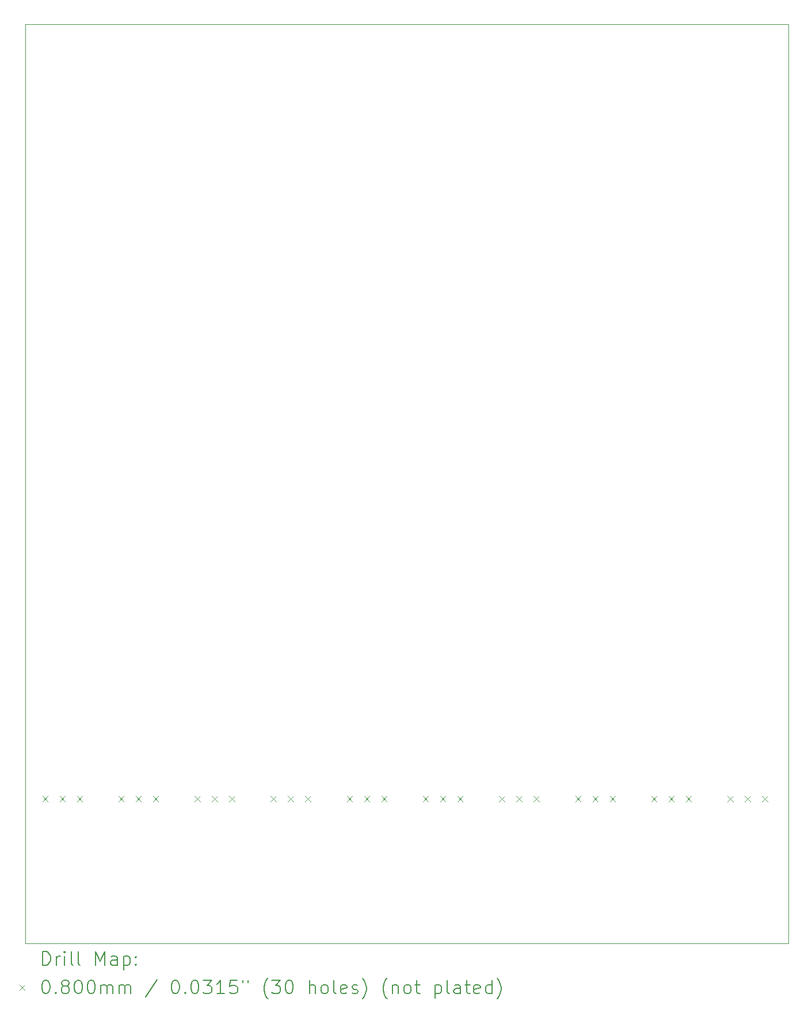
<source format=gbr>
%TF.GenerationSoftware,KiCad,Pcbnew,7.0.6*%
%TF.CreationDate,2023-07-11T14:03:09+05:30*%
%TF.ProjectId,trainer kit arduino proto,74726169-6e65-4722-906b-697420617264,rev?*%
%TF.SameCoordinates,Original*%
%TF.FileFunction,Drillmap*%
%TF.FilePolarity,Positive*%
%FSLAX45Y45*%
G04 Gerber Fmt 4.5, Leading zero omitted, Abs format (unit mm)*
G04 Created by KiCad (PCBNEW 7.0.6) date 2023-07-11 14:03:09*
%MOMM*%
%LPD*%
G01*
G04 APERTURE LIST*
%ADD10C,0.100000*%
%ADD11C,0.200000*%
%ADD12C,0.080000*%
G04 APERTURE END LIST*
D10*
X0Y0D02*
X11226800Y0D01*
X11226800Y-13512800D01*
X0Y-13512800D01*
X0Y0D01*
D11*
D12*
X250400Y-11344000D02*
X330400Y-11424000D01*
X330400Y-11344000D02*
X250400Y-11424000D01*
X504400Y-11344000D02*
X584400Y-11424000D01*
X584400Y-11344000D02*
X504400Y-11424000D01*
X758400Y-11344000D02*
X838400Y-11424000D01*
X838400Y-11344000D02*
X758400Y-11424000D01*
X1370400Y-11344000D02*
X1450400Y-11424000D01*
X1450400Y-11344000D02*
X1370400Y-11424000D01*
X1624400Y-11344000D02*
X1704400Y-11424000D01*
X1704400Y-11344000D02*
X1624400Y-11424000D01*
X1878400Y-11344000D02*
X1958400Y-11424000D01*
X1958400Y-11344000D02*
X1878400Y-11424000D01*
X2490400Y-11344000D02*
X2570400Y-11424000D01*
X2570400Y-11344000D02*
X2490400Y-11424000D01*
X2744400Y-11344000D02*
X2824400Y-11424000D01*
X2824400Y-11344000D02*
X2744400Y-11424000D01*
X2998400Y-11344000D02*
X3078400Y-11424000D01*
X3078400Y-11344000D02*
X2998400Y-11424000D01*
X3610400Y-11344000D02*
X3690400Y-11424000D01*
X3690400Y-11344000D02*
X3610400Y-11424000D01*
X3864400Y-11344000D02*
X3944400Y-11424000D01*
X3944400Y-11344000D02*
X3864400Y-11424000D01*
X4118400Y-11344000D02*
X4198400Y-11424000D01*
X4198400Y-11344000D02*
X4118400Y-11424000D01*
X4730400Y-11344000D02*
X4810400Y-11424000D01*
X4810400Y-11344000D02*
X4730400Y-11424000D01*
X4984400Y-11344000D02*
X5064400Y-11424000D01*
X5064400Y-11344000D02*
X4984400Y-11424000D01*
X5238400Y-11344000D02*
X5318400Y-11424000D01*
X5318400Y-11344000D02*
X5238400Y-11424000D01*
X5850400Y-11344000D02*
X5930400Y-11424000D01*
X5930400Y-11344000D02*
X5850400Y-11424000D01*
X6104400Y-11344000D02*
X6184400Y-11424000D01*
X6184400Y-11344000D02*
X6104400Y-11424000D01*
X6358400Y-11344000D02*
X6438400Y-11424000D01*
X6438400Y-11344000D02*
X6358400Y-11424000D01*
X6970400Y-11344000D02*
X7050400Y-11424000D01*
X7050400Y-11344000D02*
X6970400Y-11424000D01*
X7224400Y-11344000D02*
X7304400Y-11424000D01*
X7304400Y-11344000D02*
X7224400Y-11424000D01*
X7478400Y-11344000D02*
X7558400Y-11424000D01*
X7558400Y-11344000D02*
X7478400Y-11424000D01*
X8090400Y-11344000D02*
X8170400Y-11424000D01*
X8170400Y-11344000D02*
X8090400Y-11424000D01*
X8344400Y-11344000D02*
X8424400Y-11424000D01*
X8424400Y-11344000D02*
X8344400Y-11424000D01*
X8598400Y-11344000D02*
X8678400Y-11424000D01*
X8678400Y-11344000D02*
X8598400Y-11424000D01*
X9210400Y-11344000D02*
X9290400Y-11424000D01*
X9290400Y-11344000D02*
X9210400Y-11424000D01*
X9464400Y-11344000D02*
X9544400Y-11424000D01*
X9544400Y-11344000D02*
X9464400Y-11424000D01*
X9718400Y-11344000D02*
X9798400Y-11424000D01*
X9798400Y-11344000D02*
X9718400Y-11424000D01*
X10330400Y-11344000D02*
X10410400Y-11424000D01*
X10410400Y-11344000D02*
X10330400Y-11424000D01*
X10584400Y-11344000D02*
X10664400Y-11424000D01*
X10664400Y-11344000D02*
X10584400Y-11424000D01*
X10838400Y-11344000D02*
X10918400Y-11424000D01*
X10918400Y-11344000D02*
X10838400Y-11424000D01*
D11*
X255777Y-13829284D02*
X255777Y-13629284D01*
X255777Y-13629284D02*
X303396Y-13629284D01*
X303396Y-13629284D02*
X331967Y-13638808D01*
X331967Y-13638808D02*
X351015Y-13657855D01*
X351015Y-13657855D02*
X360539Y-13676903D01*
X360539Y-13676903D02*
X370062Y-13714998D01*
X370062Y-13714998D02*
X370062Y-13743569D01*
X370062Y-13743569D02*
X360539Y-13781665D01*
X360539Y-13781665D02*
X351015Y-13800712D01*
X351015Y-13800712D02*
X331967Y-13819760D01*
X331967Y-13819760D02*
X303396Y-13829284D01*
X303396Y-13829284D02*
X255777Y-13829284D01*
X455777Y-13829284D02*
X455777Y-13695950D01*
X455777Y-13734046D02*
X465301Y-13714998D01*
X465301Y-13714998D02*
X474824Y-13705474D01*
X474824Y-13705474D02*
X493872Y-13695950D01*
X493872Y-13695950D02*
X512920Y-13695950D01*
X579586Y-13829284D02*
X579586Y-13695950D01*
X579586Y-13629284D02*
X570063Y-13638808D01*
X570063Y-13638808D02*
X579586Y-13648331D01*
X579586Y-13648331D02*
X589110Y-13638808D01*
X589110Y-13638808D02*
X579586Y-13629284D01*
X579586Y-13629284D02*
X579586Y-13648331D01*
X703396Y-13829284D02*
X684348Y-13819760D01*
X684348Y-13819760D02*
X674824Y-13800712D01*
X674824Y-13800712D02*
X674824Y-13629284D01*
X808158Y-13829284D02*
X789110Y-13819760D01*
X789110Y-13819760D02*
X779586Y-13800712D01*
X779586Y-13800712D02*
X779586Y-13629284D01*
X1036729Y-13829284D02*
X1036729Y-13629284D01*
X1036729Y-13629284D02*
X1103396Y-13772141D01*
X1103396Y-13772141D02*
X1170063Y-13629284D01*
X1170063Y-13629284D02*
X1170063Y-13829284D01*
X1351015Y-13829284D02*
X1351015Y-13724522D01*
X1351015Y-13724522D02*
X1341491Y-13705474D01*
X1341491Y-13705474D02*
X1322444Y-13695950D01*
X1322444Y-13695950D02*
X1284348Y-13695950D01*
X1284348Y-13695950D02*
X1265301Y-13705474D01*
X1351015Y-13819760D02*
X1331967Y-13829284D01*
X1331967Y-13829284D02*
X1284348Y-13829284D01*
X1284348Y-13829284D02*
X1265301Y-13819760D01*
X1265301Y-13819760D02*
X1255777Y-13800712D01*
X1255777Y-13800712D02*
X1255777Y-13781665D01*
X1255777Y-13781665D02*
X1265301Y-13762617D01*
X1265301Y-13762617D02*
X1284348Y-13753093D01*
X1284348Y-13753093D02*
X1331967Y-13753093D01*
X1331967Y-13753093D02*
X1351015Y-13743569D01*
X1446253Y-13695950D02*
X1446253Y-13895950D01*
X1446253Y-13705474D02*
X1465301Y-13695950D01*
X1465301Y-13695950D02*
X1503396Y-13695950D01*
X1503396Y-13695950D02*
X1522443Y-13705474D01*
X1522443Y-13705474D02*
X1531967Y-13714998D01*
X1531967Y-13714998D02*
X1541491Y-13734046D01*
X1541491Y-13734046D02*
X1541491Y-13791188D01*
X1541491Y-13791188D02*
X1531967Y-13810236D01*
X1531967Y-13810236D02*
X1522443Y-13819760D01*
X1522443Y-13819760D02*
X1503396Y-13829284D01*
X1503396Y-13829284D02*
X1465301Y-13829284D01*
X1465301Y-13829284D02*
X1446253Y-13819760D01*
X1627205Y-13810236D02*
X1636729Y-13819760D01*
X1636729Y-13819760D02*
X1627205Y-13829284D01*
X1627205Y-13829284D02*
X1617682Y-13819760D01*
X1617682Y-13819760D02*
X1627205Y-13810236D01*
X1627205Y-13810236D02*
X1627205Y-13829284D01*
X1627205Y-13705474D02*
X1636729Y-13714998D01*
X1636729Y-13714998D02*
X1627205Y-13724522D01*
X1627205Y-13724522D02*
X1617682Y-13714998D01*
X1617682Y-13714998D02*
X1627205Y-13705474D01*
X1627205Y-13705474D02*
X1627205Y-13724522D01*
D12*
X-85000Y-14117800D02*
X-5000Y-14197800D01*
X-5000Y-14117800D02*
X-85000Y-14197800D01*
D11*
X293872Y-14049284D02*
X312920Y-14049284D01*
X312920Y-14049284D02*
X331967Y-14058808D01*
X331967Y-14058808D02*
X341491Y-14068331D01*
X341491Y-14068331D02*
X351015Y-14087379D01*
X351015Y-14087379D02*
X360539Y-14125474D01*
X360539Y-14125474D02*
X360539Y-14173093D01*
X360539Y-14173093D02*
X351015Y-14211188D01*
X351015Y-14211188D02*
X341491Y-14230236D01*
X341491Y-14230236D02*
X331967Y-14239760D01*
X331967Y-14239760D02*
X312920Y-14249284D01*
X312920Y-14249284D02*
X293872Y-14249284D01*
X293872Y-14249284D02*
X274824Y-14239760D01*
X274824Y-14239760D02*
X265301Y-14230236D01*
X265301Y-14230236D02*
X255777Y-14211188D01*
X255777Y-14211188D02*
X246253Y-14173093D01*
X246253Y-14173093D02*
X246253Y-14125474D01*
X246253Y-14125474D02*
X255777Y-14087379D01*
X255777Y-14087379D02*
X265301Y-14068331D01*
X265301Y-14068331D02*
X274824Y-14058808D01*
X274824Y-14058808D02*
X293872Y-14049284D01*
X446253Y-14230236D02*
X455777Y-14239760D01*
X455777Y-14239760D02*
X446253Y-14249284D01*
X446253Y-14249284D02*
X436729Y-14239760D01*
X436729Y-14239760D02*
X446253Y-14230236D01*
X446253Y-14230236D02*
X446253Y-14249284D01*
X570063Y-14134998D02*
X551015Y-14125474D01*
X551015Y-14125474D02*
X541491Y-14115950D01*
X541491Y-14115950D02*
X531967Y-14096903D01*
X531967Y-14096903D02*
X531967Y-14087379D01*
X531967Y-14087379D02*
X541491Y-14068331D01*
X541491Y-14068331D02*
X551015Y-14058808D01*
X551015Y-14058808D02*
X570063Y-14049284D01*
X570063Y-14049284D02*
X608158Y-14049284D01*
X608158Y-14049284D02*
X627205Y-14058808D01*
X627205Y-14058808D02*
X636729Y-14068331D01*
X636729Y-14068331D02*
X646253Y-14087379D01*
X646253Y-14087379D02*
X646253Y-14096903D01*
X646253Y-14096903D02*
X636729Y-14115950D01*
X636729Y-14115950D02*
X627205Y-14125474D01*
X627205Y-14125474D02*
X608158Y-14134998D01*
X608158Y-14134998D02*
X570063Y-14134998D01*
X570063Y-14134998D02*
X551015Y-14144522D01*
X551015Y-14144522D02*
X541491Y-14154046D01*
X541491Y-14154046D02*
X531967Y-14173093D01*
X531967Y-14173093D02*
X531967Y-14211188D01*
X531967Y-14211188D02*
X541491Y-14230236D01*
X541491Y-14230236D02*
X551015Y-14239760D01*
X551015Y-14239760D02*
X570063Y-14249284D01*
X570063Y-14249284D02*
X608158Y-14249284D01*
X608158Y-14249284D02*
X627205Y-14239760D01*
X627205Y-14239760D02*
X636729Y-14230236D01*
X636729Y-14230236D02*
X646253Y-14211188D01*
X646253Y-14211188D02*
X646253Y-14173093D01*
X646253Y-14173093D02*
X636729Y-14154046D01*
X636729Y-14154046D02*
X627205Y-14144522D01*
X627205Y-14144522D02*
X608158Y-14134998D01*
X770062Y-14049284D02*
X789110Y-14049284D01*
X789110Y-14049284D02*
X808158Y-14058808D01*
X808158Y-14058808D02*
X817682Y-14068331D01*
X817682Y-14068331D02*
X827205Y-14087379D01*
X827205Y-14087379D02*
X836729Y-14125474D01*
X836729Y-14125474D02*
X836729Y-14173093D01*
X836729Y-14173093D02*
X827205Y-14211188D01*
X827205Y-14211188D02*
X817682Y-14230236D01*
X817682Y-14230236D02*
X808158Y-14239760D01*
X808158Y-14239760D02*
X789110Y-14249284D01*
X789110Y-14249284D02*
X770062Y-14249284D01*
X770062Y-14249284D02*
X751015Y-14239760D01*
X751015Y-14239760D02*
X741491Y-14230236D01*
X741491Y-14230236D02*
X731967Y-14211188D01*
X731967Y-14211188D02*
X722443Y-14173093D01*
X722443Y-14173093D02*
X722443Y-14125474D01*
X722443Y-14125474D02*
X731967Y-14087379D01*
X731967Y-14087379D02*
X741491Y-14068331D01*
X741491Y-14068331D02*
X751015Y-14058808D01*
X751015Y-14058808D02*
X770062Y-14049284D01*
X960539Y-14049284D02*
X979586Y-14049284D01*
X979586Y-14049284D02*
X998634Y-14058808D01*
X998634Y-14058808D02*
X1008158Y-14068331D01*
X1008158Y-14068331D02*
X1017682Y-14087379D01*
X1017682Y-14087379D02*
X1027205Y-14125474D01*
X1027205Y-14125474D02*
X1027205Y-14173093D01*
X1027205Y-14173093D02*
X1017682Y-14211188D01*
X1017682Y-14211188D02*
X1008158Y-14230236D01*
X1008158Y-14230236D02*
X998634Y-14239760D01*
X998634Y-14239760D02*
X979586Y-14249284D01*
X979586Y-14249284D02*
X960539Y-14249284D01*
X960539Y-14249284D02*
X941491Y-14239760D01*
X941491Y-14239760D02*
X931967Y-14230236D01*
X931967Y-14230236D02*
X922443Y-14211188D01*
X922443Y-14211188D02*
X912920Y-14173093D01*
X912920Y-14173093D02*
X912920Y-14125474D01*
X912920Y-14125474D02*
X922443Y-14087379D01*
X922443Y-14087379D02*
X931967Y-14068331D01*
X931967Y-14068331D02*
X941491Y-14058808D01*
X941491Y-14058808D02*
X960539Y-14049284D01*
X1112920Y-14249284D02*
X1112920Y-14115950D01*
X1112920Y-14134998D02*
X1122444Y-14125474D01*
X1122444Y-14125474D02*
X1141491Y-14115950D01*
X1141491Y-14115950D02*
X1170063Y-14115950D01*
X1170063Y-14115950D02*
X1189110Y-14125474D01*
X1189110Y-14125474D02*
X1198634Y-14144522D01*
X1198634Y-14144522D02*
X1198634Y-14249284D01*
X1198634Y-14144522D02*
X1208158Y-14125474D01*
X1208158Y-14125474D02*
X1227205Y-14115950D01*
X1227205Y-14115950D02*
X1255777Y-14115950D01*
X1255777Y-14115950D02*
X1274825Y-14125474D01*
X1274825Y-14125474D02*
X1284348Y-14144522D01*
X1284348Y-14144522D02*
X1284348Y-14249284D01*
X1379586Y-14249284D02*
X1379586Y-14115950D01*
X1379586Y-14134998D02*
X1389110Y-14125474D01*
X1389110Y-14125474D02*
X1408158Y-14115950D01*
X1408158Y-14115950D02*
X1436729Y-14115950D01*
X1436729Y-14115950D02*
X1455777Y-14125474D01*
X1455777Y-14125474D02*
X1465301Y-14144522D01*
X1465301Y-14144522D02*
X1465301Y-14249284D01*
X1465301Y-14144522D02*
X1474824Y-14125474D01*
X1474824Y-14125474D02*
X1493872Y-14115950D01*
X1493872Y-14115950D02*
X1522443Y-14115950D01*
X1522443Y-14115950D02*
X1541491Y-14125474D01*
X1541491Y-14125474D02*
X1551015Y-14144522D01*
X1551015Y-14144522D02*
X1551015Y-14249284D01*
X1941491Y-14039760D02*
X1770063Y-14296903D01*
X2198634Y-14049284D02*
X2217682Y-14049284D01*
X2217682Y-14049284D02*
X2236729Y-14058808D01*
X2236729Y-14058808D02*
X2246253Y-14068331D01*
X2246253Y-14068331D02*
X2255777Y-14087379D01*
X2255777Y-14087379D02*
X2265301Y-14125474D01*
X2265301Y-14125474D02*
X2265301Y-14173093D01*
X2265301Y-14173093D02*
X2255777Y-14211188D01*
X2255777Y-14211188D02*
X2246253Y-14230236D01*
X2246253Y-14230236D02*
X2236729Y-14239760D01*
X2236729Y-14239760D02*
X2217682Y-14249284D01*
X2217682Y-14249284D02*
X2198634Y-14249284D01*
X2198634Y-14249284D02*
X2179587Y-14239760D01*
X2179587Y-14239760D02*
X2170063Y-14230236D01*
X2170063Y-14230236D02*
X2160539Y-14211188D01*
X2160539Y-14211188D02*
X2151015Y-14173093D01*
X2151015Y-14173093D02*
X2151015Y-14125474D01*
X2151015Y-14125474D02*
X2160539Y-14087379D01*
X2160539Y-14087379D02*
X2170063Y-14068331D01*
X2170063Y-14068331D02*
X2179587Y-14058808D01*
X2179587Y-14058808D02*
X2198634Y-14049284D01*
X2351015Y-14230236D02*
X2360539Y-14239760D01*
X2360539Y-14239760D02*
X2351015Y-14249284D01*
X2351015Y-14249284D02*
X2341491Y-14239760D01*
X2341491Y-14239760D02*
X2351015Y-14230236D01*
X2351015Y-14230236D02*
X2351015Y-14249284D01*
X2484348Y-14049284D02*
X2503396Y-14049284D01*
X2503396Y-14049284D02*
X2522444Y-14058808D01*
X2522444Y-14058808D02*
X2531968Y-14068331D01*
X2531968Y-14068331D02*
X2541491Y-14087379D01*
X2541491Y-14087379D02*
X2551015Y-14125474D01*
X2551015Y-14125474D02*
X2551015Y-14173093D01*
X2551015Y-14173093D02*
X2541491Y-14211188D01*
X2541491Y-14211188D02*
X2531968Y-14230236D01*
X2531968Y-14230236D02*
X2522444Y-14239760D01*
X2522444Y-14239760D02*
X2503396Y-14249284D01*
X2503396Y-14249284D02*
X2484348Y-14249284D01*
X2484348Y-14249284D02*
X2465301Y-14239760D01*
X2465301Y-14239760D02*
X2455777Y-14230236D01*
X2455777Y-14230236D02*
X2446253Y-14211188D01*
X2446253Y-14211188D02*
X2436729Y-14173093D01*
X2436729Y-14173093D02*
X2436729Y-14125474D01*
X2436729Y-14125474D02*
X2446253Y-14087379D01*
X2446253Y-14087379D02*
X2455777Y-14068331D01*
X2455777Y-14068331D02*
X2465301Y-14058808D01*
X2465301Y-14058808D02*
X2484348Y-14049284D01*
X2617682Y-14049284D02*
X2741491Y-14049284D01*
X2741491Y-14049284D02*
X2674825Y-14125474D01*
X2674825Y-14125474D02*
X2703396Y-14125474D01*
X2703396Y-14125474D02*
X2722444Y-14134998D01*
X2722444Y-14134998D02*
X2731968Y-14144522D01*
X2731968Y-14144522D02*
X2741491Y-14163569D01*
X2741491Y-14163569D02*
X2741491Y-14211188D01*
X2741491Y-14211188D02*
X2731968Y-14230236D01*
X2731968Y-14230236D02*
X2722444Y-14239760D01*
X2722444Y-14239760D02*
X2703396Y-14249284D01*
X2703396Y-14249284D02*
X2646253Y-14249284D01*
X2646253Y-14249284D02*
X2627206Y-14239760D01*
X2627206Y-14239760D02*
X2617682Y-14230236D01*
X2931967Y-14249284D02*
X2817682Y-14249284D01*
X2874825Y-14249284D02*
X2874825Y-14049284D01*
X2874825Y-14049284D02*
X2855777Y-14077855D01*
X2855777Y-14077855D02*
X2836729Y-14096903D01*
X2836729Y-14096903D02*
X2817682Y-14106427D01*
X3112920Y-14049284D02*
X3017682Y-14049284D01*
X3017682Y-14049284D02*
X3008158Y-14144522D01*
X3008158Y-14144522D02*
X3017682Y-14134998D01*
X3017682Y-14134998D02*
X3036729Y-14125474D01*
X3036729Y-14125474D02*
X3084348Y-14125474D01*
X3084348Y-14125474D02*
X3103396Y-14134998D01*
X3103396Y-14134998D02*
X3112920Y-14144522D01*
X3112920Y-14144522D02*
X3122444Y-14163569D01*
X3122444Y-14163569D02*
X3122444Y-14211188D01*
X3122444Y-14211188D02*
X3112920Y-14230236D01*
X3112920Y-14230236D02*
X3103396Y-14239760D01*
X3103396Y-14239760D02*
X3084348Y-14249284D01*
X3084348Y-14249284D02*
X3036729Y-14249284D01*
X3036729Y-14249284D02*
X3017682Y-14239760D01*
X3017682Y-14239760D02*
X3008158Y-14230236D01*
X3198634Y-14049284D02*
X3198634Y-14087379D01*
X3274825Y-14049284D02*
X3274825Y-14087379D01*
X3570063Y-14325474D02*
X3560539Y-14315950D01*
X3560539Y-14315950D02*
X3541491Y-14287379D01*
X3541491Y-14287379D02*
X3531968Y-14268331D01*
X3531968Y-14268331D02*
X3522444Y-14239760D01*
X3522444Y-14239760D02*
X3512920Y-14192141D01*
X3512920Y-14192141D02*
X3512920Y-14154046D01*
X3512920Y-14154046D02*
X3522444Y-14106427D01*
X3522444Y-14106427D02*
X3531968Y-14077855D01*
X3531968Y-14077855D02*
X3541491Y-14058808D01*
X3541491Y-14058808D02*
X3560539Y-14030236D01*
X3560539Y-14030236D02*
X3570063Y-14020712D01*
X3627206Y-14049284D02*
X3751015Y-14049284D01*
X3751015Y-14049284D02*
X3684348Y-14125474D01*
X3684348Y-14125474D02*
X3712920Y-14125474D01*
X3712920Y-14125474D02*
X3731968Y-14134998D01*
X3731968Y-14134998D02*
X3741491Y-14144522D01*
X3741491Y-14144522D02*
X3751015Y-14163569D01*
X3751015Y-14163569D02*
X3751015Y-14211188D01*
X3751015Y-14211188D02*
X3741491Y-14230236D01*
X3741491Y-14230236D02*
X3731968Y-14239760D01*
X3731968Y-14239760D02*
X3712920Y-14249284D01*
X3712920Y-14249284D02*
X3655777Y-14249284D01*
X3655777Y-14249284D02*
X3636729Y-14239760D01*
X3636729Y-14239760D02*
X3627206Y-14230236D01*
X3874825Y-14049284D02*
X3893872Y-14049284D01*
X3893872Y-14049284D02*
X3912920Y-14058808D01*
X3912920Y-14058808D02*
X3922444Y-14068331D01*
X3922444Y-14068331D02*
X3931968Y-14087379D01*
X3931968Y-14087379D02*
X3941491Y-14125474D01*
X3941491Y-14125474D02*
X3941491Y-14173093D01*
X3941491Y-14173093D02*
X3931968Y-14211188D01*
X3931968Y-14211188D02*
X3922444Y-14230236D01*
X3922444Y-14230236D02*
X3912920Y-14239760D01*
X3912920Y-14239760D02*
X3893872Y-14249284D01*
X3893872Y-14249284D02*
X3874825Y-14249284D01*
X3874825Y-14249284D02*
X3855777Y-14239760D01*
X3855777Y-14239760D02*
X3846253Y-14230236D01*
X3846253Y-14230236D02*
X3836729Y-14211188D01*
X3836729Y-14211188D02*
X3827206Y-14173093D01*
X3827206Y-14173093D02*
X3827206Y-14125474D01*
X3827206Y-14125474D02*
X3836729Y-14087379D01*
X3836729Y-14087379D02*
X3846253Y-14068331D01*
X3846253Y-14068331D02*
X3855777Y-14058808D01*
X3855777Y-14058808D02*
X3874825Y-14049284D01*
X4179587Y-14249284D02*
X4179587Y-14049284D01*
X4265301Y-14249284D02*
X4265301Y-14144522D01*
X4265301Y-14144522D02*
X4255777Y-14125474D01*
X4255777Y-14125474D02*
X4236730Y-14115950D01*
X4236730Y-14115950D02*
X4208158Y-14115950D01*
X4208158Y-14115950D02*
X4189110Y-14125474D01*
X4189110Y-14125474D02*
X4179587Y-14134998D01*
X4389111Y-14249284D02*
X4370063Y-14239760D01*
X4370063Y-14239760D02*
X4360539Y-14230236D01*
X4360539Y-14230236D02*
X4351015Y-14211188D01*
X4351015Y-14211188D02*
X4351015Y-14154046D01*
X4351015Y-14154046D02*
X4360539Y-14134998D01*
X4360539Y-14134998D02*
X4370063Y-14125474D01*
X4370063Y-14125474D02*
X4389111Y-14115950D01*
X4389111Y-14115950D02*
X4417682Y-14115950D01*
X4417682Y-14115950D02*
X4436730Y-14125474D01*
X4436730Y-14125474D02*
X4446253Y-14134998D01*
X4446253Y-14134998D02*
X4455777Y-14154046D01*
X4455777Y-14154046D02*
X4455777Y-14211188D01*
X4455777Y-14211188D02*
X4446253Y-14230236D01*
X4446253Y-14230236D02*
X4436730Y-14239760D01*
X4436730Y-14239760D02*
X4417682Y-14249284D01*
X4417682Y-14249284D02*
X4389111Y-14249284D01*
X4570063Y-14249284D02*
X4551015Y-14239760D01*
X4551015Y-14239760D02*
X4541492Y-14220712D01*
X4541492Y-14220712D02*
X4541492Y-14049284D01*
X4722444Y-14239760D02*
X4703396Y-14249284D01*
X4703396Y-14249284D02*
X4665301Y-14249284D01*
X4665301Y-14249284D02*
X4646253Y-14239760D01*
X4646253Y-14239760D02*
X4636730Y-14220712D01*
X4636730Y-14220712D02*
X4636730Y-14144522D01*
X4636730Y-14144522D02*
X4646253Y-14125474D01*
X4646253Y-14125474D02*
X4665301Y-14115950D01*
X4665301Y-14115950D02*
X4703396Y-14115950D01*
X4703396Y-14115950D02*
X4722444Y-14125474D01*
X4722444Y-14125474D02*
X4731968Y-14144522D01*
X4731968Y-14144522D02*
X4731968Y-14163569D01*
X4731968Y-14163569D02*
X4636730Y-14182617D01*
X4808158Y-14239760D02*
X4827206Y-14249284D01*
X4827206Y-14249284D02*
X4865301Y-14249284D01*
X4865301Y-14249284D02*
X4884349Y-14239760D01*
X4884349Y-14239760D02*
X4893873Y-14220712D01*
X4893873Y-14220712D02*
X4893873Y-14211188D01*
X4893873Y-14211188D02*
X4884349Y-14192141D01*
X4884349Y-14192141D02*
X4865301Y-14182617D01*
X4865301Y-14182617D02*
X4836730Y-14182617D01*
X4836730Y-14182617D02*
X4817682Y-14173093D01*
X4817682Y-14173093D02*
X4808158Y-14154046D01*
X4808158Y-14154046D02*
X4808158Y-14144522D01*
X4808158Y-14144522D02*
X4817682Y-14125474D01*
X4817682Y-14125474D02*
X4836730Y-14115950D01*
X4836730Y-14115950D02*
X4865301Y-14115950D01*
X4865301Y-14115950D02*
X4884349Y-14125474D01*
X4960539Y-14325474D02*
X4970063Y-14315950D01*
X4970063Y-14315950D02*
X4989111Y-14287379D01*
X4989111Y-14287379D02*
X4998634Y-14268331D01*
X4998634Y-14268331D02*
X5008158Y-14239760D01*
X5008158Y-14239760D02*
X5017682Y-14192141D01*
X5017682Y-14192141D02*
X5017682Y-14154046D01*
X5017682Y-14154046D02*
X5008158Y-14106427D01*
X5008158Y-14106427D02*
X4998634Y-14077855D01*
X4998634Y-14077855D02*
X4989111Y-14058808D01*
X4989111Y-14058808D02*
X4970063Y-14030236D01*
X4970063Y-14030236D02*
X4960539Y-14020712D01*
X5322444Y-14325474D02*
X5312920Y-14315950D01*
X5312920Y-14315950D02*
X5293873Y-14287379D01*
X5293873Y-14287379D02*
X5284349Y-14268331D01*
X5284349Y-14268331D02*
X5274825Y-14239760D01*
X5274825Y-14239760D02*
X5265301Y-14192141D01*
X5265301Y-14192141D02*
X5265301Y-14154046D01*
X5265301Y-14154046D02*
X5274825Y-14106427D01*
X5274825Y-14106427D02*
X5284349Y-14077855D01*
X5284349Y-14077855D02*
X5293873Y-14058808D01*
X5293873Y-14058808D02*
X5312920Y-14030236D01*
X5312920Y-14030236D02*
X5322444Y-14020712D01*
X5398634Y-14115950D02*
X5398634Y-14249284D01*
X5398634Y-14134998D02*
X5408158Y-14125474D01*
X5408158Y-14125474D02*
X5427206Y-14115950D01*
X5427206Y-14115950D02*
X5455777Y-14115950D01*
X5455777Y-14115950D02*
X5474825Y-14125474D01*
X5474825Y-14125474D02*
X5484349Y-14144522D01*
X5484349Y-14144522D02*
X5484349Y-14249284D01*
X5608158Y-14249284D02*
X5589111Y-14239760D01*
X5589111Y-14239760D02*
X5579587Y-14230236D01*
X5579587Y-14230236D02*
X5570063Y-14211188D01*
X5570063Y-14211188D02*
X5570063Y-14154046D01*
X5570063Y-14154046D02*
X5579587Y-14134998D01*
X5579587Y-14134998D02*
X5589111Y-14125474D01*
X5589111Y-14125474D02*
X5608158Y-14115950D01*
X5608158Y-14115950D02*
X5636730Y-14115950D01*
X5636730Y-14115950D02*
X5655777Y-14125474D01*
X5655777Y-14125474D02*
X5665301Y-14134998D01*
X5665301Y-14134998D02*
X5674825Y-14154046D01*
X5674825Y-14154046D02*
X5674825Y-14211188D01*
X5674825Y-14211188D02*
X5665301Y-14230236D01*
X5665301Y-14230236D02*
X5655777Y-14239760D01*
X5655777Y-14239760D02*
X5636730Y-14249284D01*
X5636730Y-14249284D02*
X5608158Y-14249284D01*
X5731968Y-14115950D02*
X5808158Y-14115950D01*
X5760539Y-14049284D02*
X5760539Y-14220712D01*
X5760539Y-14220712D02*
X5770063Y-14239760D01*
X5770063Y-14239760D02*
X5789111Y-14249284D01*
X5789111Y-14249284D02*
X5808158Y-14249284D01*
X6027206Y-14115950D02*
X6027206Y-14315950D01*
X6027206Y-14125474D02*
X6046253Y-14115950D01*
X6046253Y-14115950D02*
X6084349Y-14115950D01*
X6084349Y-14115950D02*
X6103396Y-14125474D01*
X6103396Y-14125474D02*
X6112920Y-14134998D01*
X6112920Y-14134998D02*
X6122444Y-14154046D01*
X6122444Y-14154046D02*
X6122444Y-14211188D01*
X6122444Y-14211188D02*
X6112920Y-14230236D01*
X6112920Y-14230236D02*
X6103396Y-14239760D01*
X6103396Y-14239760D02*
X6084349Y-14249284D01*
X6084349Y-14249284D02*
X6046253Y-14249284D01*
X6046253Y-14249284D02*
X6027206Y-14239760D01*
X6236730Y-14249284D02*
X6217682Y-14239760D01*
X6217682Y-14239760D02*
X6208158Y-14220712D01*
X6208158Y-14220712D02*
X6208158Y-14049284D01*
X6398634Y-14249284D02*
X6398634Y-14144522D01*
X6398634Y-14144522D02*
X6389111Y-14125474D01*
X6389111Y-14125474D02*
X6370063Y-14115950D01*
X6370063Y-14115950D02*
X6331968Y-14115950D01*
X6331968Y-14115950D02*
X6312920Y-14125474D01*
X6398634Y-14239760D02*
X6379587Y-14249284D01*
X6379587Y-14249284D02*
X6331968Y-14249284D01*
X6331968Y-14249284D02*
X6312920Y-14239760D01*
X6312920Y-14239760D02*
X6303396Y-14220712D01*
X6303396Y-14220712D02*
X6303396Y-14201665D01*
X6303396Y-14201665D02*
X6312920Y-14182617D01*
X6312920Y-14182617D02*
X6331968Y-14173093D01*
X6331968Y-14173093D02*
X6379587Y-14173093D01*
X6379587Y-14173093D02*
X6398634Y-14163569D01*
X6465301Y-14115950D02*
X6541492Y-14115950D01*
X6493873Y-14049284D02*
X6493873Y-14220712D01*
X6493873Y-14220712D02*
X6503396Y-14239760D01*
X6503396Y-14239760D02*
X6522444Y-14249284D01*
X6522444Y-14249284D02*
X6541492Y-14249284D01*
X6684349Y-14239760D02*
X6665301Y-14249284D01*
X6665301Y-14249284D02*
X6627206Y-14249284D01*
X6627206Y-14249284D02*
X6608158Y-14239760D01*
X6608158Y-14239760D02*
X6598634Y-14220712D01*
X6598634Y-14220712D02*
X6598634Y-14144522D01*
X6598634Y-14144522D02*
X6608158Y-14125474D01*
X6608158Y-14125474D02*
X6627206Y-14115950D01*
X6627206Y-14115950D02*
X6665301Y-14115950D01*
X6665301Y-14115950D02*
X6684349Y-14125474D01*
X6684349Y-14125474D02*
X6693873Y-14144522D01*
X6693873Y-14144522D02*
X6693873Y-14163569D01*
X6693873Y-14163569D02*
X6598634Y-14182617D01*
X6865301Y-14249284D02*
X6865301Y-14049284D01*
X6865301Y-14239760D02*
X6846254Y-14249284D01*
X6846254Y-14249284D02*
X6808158Y-14249284D01*
X6808158Y-14249284D02*
X6789111Y-14239760D01*
X6789111Y-14239760D02*
X6779587Y-14230236D01*
X6779587Y-14230236D02*
X6770063Y-14211188D01*
X6770063Y-14211188D02*
X6770063Y-14154046D01*
X6770063Y-14154046D02*
X6779587Y-14134998D01*
X6779587Y-14134998D02*
X6789111Y-14125474D01*
X6789111Y-14125474D02*
X6808158Y-14115950D01*
X6808158Y-14115950D02*
X6846254Y-14115950D01*
X6846254Y-14115950D02*
X6865301Y-14125474D01*
X6941492Y-14325474D02*
X6951015Y-14315950D01*
X6951015Y-14315950D02*
X6970063Y-14287379D01*
X6970063Y-14287379D02*
X6979587Y-14268331D01*
X6979587Y-14268331D02*
X6989111Y-14239760D01*
X6989111Y-14239760D02*
X6998634Y-14192141D01*
X6998634Y-14192141D02*
X6998634Y-14154046D01*
X6998634Y-14154046D02*
X6989111Y-14106427D01*
X6989111Y-14106427D02*
X6979587Y-14077855D01*
X6979587Y-14077855D02*
X6970063Y-14058808D01*
X6970063Y-14058808D02*
X6951015Y-14030236D01*
X6951015Y-14030236D02*
X6941492Y-14020712D01*
M02*

</source>
